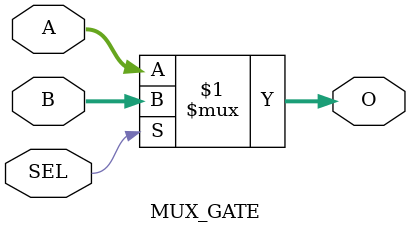
<source format=v>
module MUX_CASE #(parameter N = 8) (A, B, SEL, O);

    input [N-1:0] A, B;
    input SEL;
    output reg [N-1:0] O;
    
    always @(A, B, SEL)
        case(SEL)
            1'b0 : O = A;
            1'b1 : O = B;
        endcase

endmodule

module MUX_GATE #(parameter N = 8) (A, B, SEL, O);

    input [N-1:0] A, B;
    input SEL;
    output [N-1:0] O;
    
    assign O = (SEL) ? B : A;

endmodule
</source>
